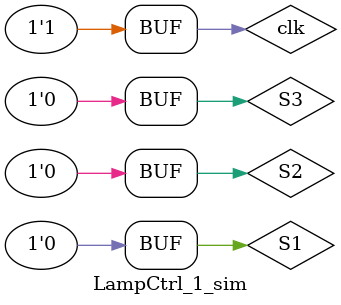
<source format=v>
`timescale 1ns / 1ps


module LampCtrl_1_sim;

	// Inputs
	reg clk;
	reg S1;
	reg S2;
	reg S3;

	// Outputs
	wire F;

	// Instantiate the Unit Under Test (UUT)
	LampCtrl_1 uut (
		.clk(clk), 
		.S1(S1), 
		.S2(S2), 
		.S3(S3), 
		.F(F)
	);

	initial begin
		// Initialize Inputs
		clk = 0;
		S1 = 0;
		S2 = 0;
		S3 = 0;

// Wait 100 ns for global reset to finish
		#100;
        
		// Add stimulus here
		S1 = 1;	
		#20 S1 = 0;
		#6000 S2 = 1;   //#2^8=256*20=5120
		#20 S2 = 0;
		#6000 S3 = 1;
		#20 S3 = 0;
		#6000;	
		end
      
		always begin
		#10 clk = 0;
		#10 clk = 1;
		end     
endmodule


</source>
